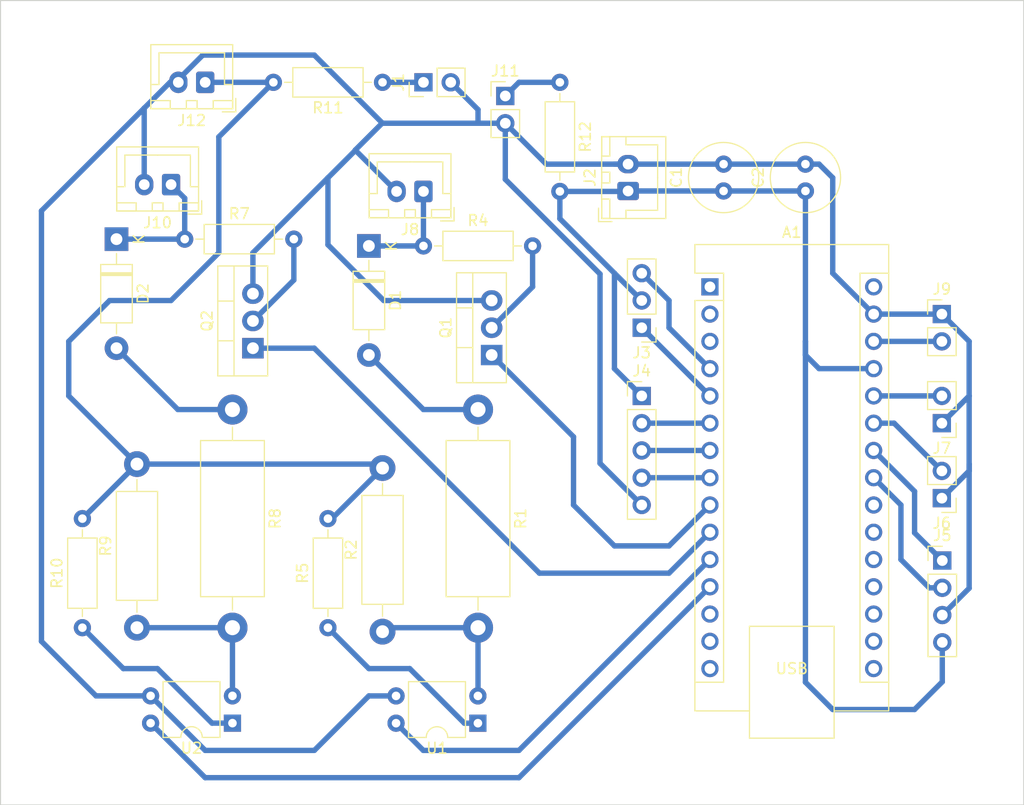
<source format=kicad_pcb>
(kicad_pcb (version 20221018) (generator pcbnew)
  (layers (0 "F.Cu" mixed) (31 "B.Cu" signal) (34 "B.Paste" user) (35 "F.Paste" user) (36 "B.SilkS" user "B.Silkscreen") (37 "F.SilkS" user "F.Silkscreen") (38 "B.Mask" user) (39 "F.Mask" user) (44 "Edge.Cuts" user))
  (net 0 "")
  (net 4 "GND")
  (net 5 "/RING_SIGNAL_A")
  (net 6 "/RING_SIGNAL_B")
  (net 7 "/BUS_SIGNAL")
  (net 16 "/I2C_SDA")
  (net 17 "/I2C_SCL")
  (net 18 "+5V")
  (net 20 "+24V")
  (net 21 "Net-(Q1-D)")
  (net 22 "Net-(R5-Pad1)")
  (net 23 "Net-(D1-K)")
  (net 24 "Net-(D1-A)")
  (net 25 "Net-(D2-K)")
  (net 26 "Net-(D2-A)")
  (net 27 "Net-(Q2-D)")
  (net 28 "Net-(R1-Pad2)")
  (net 29 "Net-(R8-Pad2)")
  (net 30 "Net-(R10-Pad1)")
  (net 31 "/BUTTON_RING_A")
  (net 32 "/BUTTON_RING_B")
  (net 33 "/BUTTON_RESET")
  (net 34 "Net-(J1-Pin_1)")
  (net 35 "Net-(J11-Pin_1)")
  (net 36 "HOOK_A")
  (net 37 "HOOK_B")
  (net 40 "NEOPIXEL_DATA")
  (net 41 "MELODY_A")
  (net 42 "MELODY_B")
  (footprint "Resistor_THT:R_Axial_DIN0207_L6.3mm_D2.5mm_P10.16mm_Horizontal" (layer "F.Cu") (at 129.54 49.53 180)
    (fp_text reference "R11" (at 5.08 -2.37) (layer "F.SilkS"))
    (fp_text value "10 K")
    (pad "1" thru_hole circle (at 0 0 180) (size 1.6 1.6) (drill 0.8) (layers "*.Cu" "*.Mask") (net 34 "Net-(J1-Pin_1)"))
    (pad "2" thru_hole oval (at 10.16 0 180) (size 1.6 1.6) (drill 0.8) (layers "*.Cu" "*.Mask") (net 20 "+24V"))
  )
  (footprint "Resistor_THT:R_Axial_DIN0411_L9.9mm_D3.6mm_P15.24mm_Horizontal" (layer "F.Cu") (at 129.54 100.7 90)
    (fp_text reference "R2" (at 7.62 -2.92 90) (layer "F.SilkS"))
    (fp_text value "2K2")
    (pad "1" thru_hole circle (at 0 0 90) (size 2.4 2.4) (drill 1.2) (layers "*.Cu" "*.Mask") (net 28 "Net-(R1-Pad2)"))
    (pad "2" thru_hole oval (at 15.24 0 90) (size 2.4 2.4) (drill 1.2) (layers "*.Cu" "*.Mask") (net 20 "+24V"))
  )
  (footprint "Connector_JST:JST_XH_B2B-XH-A_1x02_P2.50mm_Vertical" (layer "F.Cu") (at 152.4 59.65 90)
    (fp_text reference "J2" (at 1.25 -3.55 90) (layer "F.SilkS"))
    (fp_text value "5V")
    (pad "1" thru_hole roundrect (at 0 0 90) (size 1.7 2) (drill 1) (layers "*.Cu" "*.Mask") (roundrect_rratio 0.1470588235) (net 18 "+5V"))
    (pad "2" thru_hole oval (at 2.5 0 90) (size 1.7 2) (drill 1) (layers "*.Cu" "*.Mask") (net 4 "GND"))
  )
  (footprint "Connector_PinHeader_2.54mm:PinHeader_1x03_P2.54mm_Vertical" (layer "F.Cu") (at 153.67 72.39 180)
    (fp_text reference "J3" (at 0 -2.33) (layer "F.SilkS"))
    (fp_text value "NEOPIXEL")
    (pad "1" thru_hole rect (at 0 0 180) (size 1.7 1.7) (drill 1) (layers "*.Cu" "*.Mask") (net 40 "NEOPIXEL_DATA"))
    (pad "2" thru_hole oval (at 0 2.54 180) (size 1.7 1.7) (drill 1) (layers "*.Cu" "*.Mask") (net 18 "+5V"))
    (pad "3" thru_hole oval (at 0 5.08 180) (size 1.7 1.7) (drill 1) (layers "*.Cu" "*.Mask") (net 4 "GND"))
  )
  (footprint "Resistor_THT:R_Axial_DIN0207_L6.3mm_D2.5mm_P10.16mm_Horizontal" (layer "F.Cu") (at 133.35 64.77)
    (fp_text reference "R4" (at 5.08 -2.37) (layer "F.SilkS"))
    (fp_text value "2K2")
    (pad "1" thru_hole circle (at 0 0) (size 1.6 1.6) (drill 0.8) (layers "*.Cu" "*.Mask") (net 23 "Net-(D1-K)"))
    (pad "2" thru_hole oval (at 10.16 0) (size 1.6 1.6) (drill 0.8) (layers "*.Cu" "*.Mask") (net 21 "Net-(Q1-D)"))
  )
  (footprint "Connector_PinHeader_2.54mm:PinHeader_1x02_P2.54mm_Vertical" (layer "F.Cu") (at 181.61 88.265 180)
    (fp_text reference "J6" (at 0 -2.33 180) (layer "F.SilkS"))
    (fp_text value "RING_A_BUTTON")
    (pad "1" thru_hole rect (at 0 0 180) (size 1.7 1.7) (drill 1) (layers "*.Cu" "*.Mask") (net 4 "GND"))
    (pad "2" thru_hole oval (at 0 2.54 180) (size 1.7 1.7) (drill 1) (layers "*.Cu" "*.Mask") (net 31 "/BUTTON_RING_A"))
  )
  (footprint "Resistor_THT:R_Axial_DIN0411_L9.9mm_D3.6mm_P15.24mm_Horizontal" (layer "F.Cu") (at 106.68 100.33 90)
    (fp_text reference "R9" (at 7.62 -2.92 90) (layer "F.SilkS"))
    (fp_text value "2K2")
    (pad "1" thru_hole circle (at 0 0 90) (size 2.4 2.4) (drill 1.2) (layers "*.Cu" "*.Mask") (net 29 "Net-(R8-Pad2)"))
    (pad "2" thru_hole oval (at 15.24 0 90) (size 2.4 2.4) (drill 1.2) (layers "*.Cu" "*.Mask") (net 20 "+24V"))
  )
  (footprint "Connector_PinHeader_2.54mm:PinHeader_1x05_P2.54mm_Vertical" (layer "F.Cu") (at 153.67 78.74)
    (fp_text reference "J4" (at 0 -2.33) (layer "F.SilkS"))
    (fp_text value "RELAY")
    (pad "1" thru_hole rect (at 0 0) (size 1.7 1.7) (drill 1) (layers "*.Cu" "*.Mask") (net 18 "+5V"))
    (pad "2" thru_hole oval (at 0 2.54) (size 1.7 1.7) (drill 1) (layers "*.Cu" "*.Mask") (net 7 "/BUS_SIGNAL"))
    (pad "3" thru_hole oval (at 0 5.08) (size 1.7 1.7) (drill 1) (layers "*.Cu" "*.Mask") (net 5 "/RING_SIGNAL_A"))
    (pad "4" thru_hole oval (at 0 7.62) (size 1.7 1.7) (drill 1) (layers "*.Cu" "*.Mask") (net 6 "/RING_SIGNAL_B"))
    (pad "5" thru_hole oval (at 0 10.16) (size 1.7 1.7) (drill 1) (layers "*.Cu" "*.Mask") (net 4 "GND"))
  )
  (footprint "Resistor_THT:R_Axial_DIN0207_L6.3mm_D2.5mm_P10.16mm_Horizontal" (layer "F.Cu") (at 124.46 100.33 90)
    (fp_text reference "R5" (at 5.08 -2.37 90) (layer "F.SilkS"))
    (fp_text value "330R")
    (pad "1" thru_hole circle (at 0 0 90) (size 1.6 1.6) (drill 0.8) (layers "*.Cu" "*.Mask") (net 22 "Net-(R5-Pad1)"))
    (pad "2" thru_hole oval (at 10.16 0 90) (size 1.6 1.6) (drill 0.8) (layers "*.Cu" "*.Mask") (net 20 "+24V"))
  )
  (footprint "Package_DIP:DIP-4_W7.62mm" (layer "F.Cu") (at 115.57 109.22 180)
    (fp_text reference "U2" (at 3.81 -2.33) (layer "F.SilkS"))
    (fp_text value "LTV-817")
    (pad "1" thru_hole rect (at 0 0 180) (size 1.6 1.6) (drill 0.8) (layers "*.Cu" "*.Mask") (net 30 "Net-(R10-Pad1)"))
    (pad "2" thru_hole oval (at 0 2.54 180) (size 1.6 1.6) (drill 0.8) (layers "*.Cu" "*.Mask") (net 29 "Net-(R8-Pad2)"))
    (pad "3" thru_hole oval (at 7.62 2.54 180) (size 1.6 1.6) (drill 0.8) (layers "*.Cu" "*.Mask") (net 4 "GND"))
    (pad "4" thru_hole oval (at 7.62 0 180) (size 1.6 1.6) (drill 0.8) (layers "*.Cu" "*.Mask") (net 37 "HOOK_B"))
  )
  (footprint "Module:Arduino_Nano" (layer "F.Cu") (at 160.02 68.58)
    (fp_text reference "A1" (at 7.62 -5.08) (layer "F.SilkS"))
    (fp_text value "Arduino_Nano_Every" hide)
    (fp_text user "USB" (at 7.62 35.56 unlocked) (layer "F.SilkS"))
    (pad "1" thru_hole rect (at 0 0) (size 1.6 1.6) (drill 1) (layers "*.Cu" "*.Mask"))
    (pad "2" thru_hole oval (at 0 2.54) (size 1.6 1.6) (drill 1) (layers "*.Cu" "*.Mask"))
    (pad "3" thru_hole oval (at 0 5.08) (size 1.6 1.6) (drill 1) (layers "*.Cu" "*.Mask"))
    (pad "4" thru_hole oval (at 0 7.62) (size 1.6 1.6) (drill 1) (layers "*.Cu" "*.Mask") (net 4 "GND"))
    (pad "5" thru_hole oval (at 0 10.16) (size 1.6 1.6) (drill 1) (layers "*.Cu" "*.Mask") (net 40 "NEOPIXEL_DATA"))
    (pad "6" thru_hole oval (at 0 12.7) (size 1.6 1.6) (drill 1) (layers "*.Cu" "*.Mask") (net 7 "/BUS_SIGNAL"))
    (pad "7" thru_hole oval (at 0 15.24) (size 1.6 1.6) (drill 1) (layers "*.Cu" "*.Mask") (net 5 "/RING_SIGNAL_A"))
    (pad "8" thru_hole oval (at 0 17.78) (size 1.6 1.6) (drill 1) (layers "*.Cu" "*.Mask") (net 6 "/RING_SIGNAL_B"))
    (pad "9" thru_hole oval (at 0 20.32) (size 1.6 1.6) (drill 1) (layers "*.Cu" "*.Mask") (net 41 "MELODY_A"))
    (pad "10" thru_hole oval (at 0 22.86) (size 1.6 1.6) (drill 1) (layers "*.Cu" "*.Mask") (net 42 "MELODY_B"))
    (pad "11" thru_hole oval (at 0 25.4) (size 1.6 1.6) (drill 1) (layers "*.Cu" "*.Mask") (net 36 "HOOK_A"))
    (pad "12" thru_hole oval (at 0 27.94) (size 1.6 1.6) (drill 1) (layers "*.Cu" "*.Mask") (net 37 "HOOK_B"))
    (pad "13" thru_hole oval (at 0 30.48) (size 1.6 1.6) (drill 1) (layers "*.Cu" "*.Mask"))
    (pad "14" thru_hole oval (at 0 33.02) (size 1.6 1.6) (drill 1) (layers "*.Cu" "*.Mask"))
    (pad "15" thru_hole oval (at 0 35.56) (size 1.6 1.6) (drill 1) (layers "*.Cu" "*.Mask"))
    (pad "16" thru_hole oval (at 15.24 35.56) (size 1.6 1.6) (drill 1) (layers "*.Cu" "*.Mask"))
    (pad "17" thru_hole oval (at 15.24 33.02) (size 1.6 1.6) (drill 1) (layers "*.Cu" "*.Mask"))
    (pad "18" thru_hole oval (at 15.24 30.48) (size 1.6 1.6) (drill 1) (layers "*.Cu" "*.Mask"))
    (pad "19" thru_hole oval (at 15.24 27.94) (size 1.6 1.6) (drill 1) (layers "*.Cu" "*.Mask"))
    (pad "20" thru_hole oval (at 15.24 25.4) (size 1.6 1.6) (drill 1) (layers "*.Cu" "*.Mask"))
    (pad "21" thru_hole oval (at 15.24 22.86) (size 1.6 1.6) (drill 1) (layers "*.Cu" "*.Mask"))
    (pad "22" thru_hole oval (at 15.24 20.32) (size 1.6 1.6) (drill 1) (layers "*.Cu" "*.Mask"))
    (pad "23" thru_hole oval (at 15.24 17.78) (size 1.6 1.6) (drill 1) (layers "*.Cu" "*.Mask") (net 16 "/I2C_SDA"))
    (pad "24" thru_hole oval (at 15.24 15.24) (size 1.6 1.6) (drill 1) (layers "*.Cu" "*.Mask") (net 17 "/I2C_SCL"))
    (pad "25" thru_hole oval (at 15.24 12.7) (size 1.6 1.6) (drill 1) (layers "*.Cu" "*.Mask") (net 31 "/BUTTON_RING_A"))
    (pad "26" thru_hole oval (at 15.24 10.16) (size 1.6 1.6) (drill 1) (layers "*.Cu" "*.Mask") (net 32 "/BUTTON_RING_B"))
    (pad "27" thru_hole oval (at 15.24 7.62) (size 1.6 1.6) (drill 1) (layers "*.Cu" "*.Mask") (net 18 "+5V"))
    (pad "28" thru_hole oval (at 15.24 5.08) (size 1.6 1.6) (drill 1) (layers "*.Cu" "*.Mask") (net 33 "/BUTTON_RESET"))
    (pad "29" thru_hole oval (at 15.24 2.54) (size 1.6 1.6) (drill 1) (layers "*.Cu" "*.Mask") (net 4 "GND"))
    (pad "30" thru_hole oval (at 15.24 0) (size 1.6 1.6) (drill 1) (layers "*.Cu" "*.Mask"))
  )
  (footprint "Connector_PinHeader_2.54mm:PinHeader_1x02_P2.54mm_Vertical" (layer "F.Cu") (at 181.61 71.12)
    (fp_text reference "J9" (at 0 -2.33) (layer "F.SilkS"))
    (fp_text value "RESET_BUTTON")
    (pad "1" thru_hole rect (at 0 0) (size 1.7 1.7) (drill 1) (layers "*.Cu" "*.Mask") (net 4 "GND"))
    (pad "2" thru_hole oval (at 0 2.54) (size 1.7 1.7) (drill 1) (layers "*.Cu" "*.Mask") (net 33 "/BUTTON_RESET"))
  )
  (footprint "Connector_JST:JST_XH_B2B-XH-A_1x02_P2.50mm_Vertical" (layer "F.Cu") (at 113.03 49.53 180)
    (fp_text reference "J12" (at 1.25 -3.55) (layer "F.SilkS"))
    (fp_text value "24V")
    (pad "1" thru_hole roundrect (at 0 0 180) (size 1.7 2) (drill 1) (layers "*.Cu" "*.Mask") (roundrect_rratio 0.1470588235) (net 20 "+24V"))
    (pad "2" thru_hole oval (at 2.5 0 180) (size 1.7 2) (drill 1) (layers "*.Cu" "*.Mask") (net 4 "GND"))
  )
  (footprint "Connector_PinHeader_2.54mm:PinHeader_1x02_P2.54mm_Vertical" (layer "F.Cu") (at 140.97 50.8)
    (fp_text reference "J11" (at 0 -2.33) (layer "F.SilkS"))
    (fp_text value "SIGNAL_5V")
    (pad "1" thru_hole rect (at 0 0) (size 1.7 1.7) (drill 1) (layers "*.Cu" "*.Mask") (net 35 "Net-(J11-Pin_1)"))
    (pad "2" thru_hole oval (at 0 2.54) (size 1.7 1.7) (drill 1) (layers "*.Cu" "*.Mask") (net 4 "GND"))
  )
  (footprint "Resistor_THT:R_Axial_DIN0207_L6.3mm_D2.5mm_P10.16mm_Horizontal" (layer "F.Cu") (at 111.125 64.135)
    (fp_text reference "R7" (at 5.08 -2.37) (layer "F.SilkS"))
    (fp_text value "2K2")
    (pad "1" thru_hole circle (at 0 0) (size 1.6 1.6) (drill 0.8) (layers "*.Cu" "*.Mask") (net 25 "Net-(D2-K)"))
    (pad "2" thru_hole oval (at 10.16 0) (size 1.6 1.6) (drill 0.8) (layers "*.Cu" "*.Mask") (net 27 "Net-(Q2-D)"))
  )
  (footprint "Package_TO_SOT_THT:TO-220-3_Vertical" (layer "F.Cu") (at 139.7 74.93 90)
    (fp_text reference "Q1" (at 2.54 -4.27 90) (layer "F.SilkS"))
    (fp_text value "IRLZ24")
    (pad "1" thru_hole rect (at 0 0 90) (size 1.905 2) (drill 1.1) (layers "*.Cu" "*.Mask") (net 41 "MELODY_A"))
    (pad "2" thru_hole oval (at 2.54 0 90) (size 1.905 2) (drill 1.1) (layers "*.Cu" "*.Mask") (net 21 "Net-(Q1-D)"))
    (pad "3" thru_hole oval (at 5.08 0 90) (size 1.905 2) (drill 1.1) (layers "*.Cu" "*.Mask") (net 4 "GND"))
  )
  (footprint "Connector_PinHeader_2.54mm:PinHeader_1x04_P2.54mm_Vertical" (layer "F.Cu") (at 181.65 94.075)
    (fp_text reference "J5" (at 0 -2.33) (layer "F.SilkS"))
    (fp_text value "OLED")
    (pad "1" thru_hole rect (at 0 0) (size 1.7 1.7) (drill 1) (layers "*.Cu" "*.Mask") (net 17 "/I2C_SCL"))
    (pad "2" thru_hole oval (at 0 2.54) (size 1.7 1.7) (drill 1) (layers "*.Cu" "*.Mask") (net 16 "/I2C_SDA"))
    (pad "3" thru_hole oval (at 0 5.08) (size 1.7 1.7) (drill 1) (layers "*.Cu" "*.Mask") (net 4 "GND"))
    (pad "4" thru_hole oval (at 0 7.62) (size 1.7 1.7) (drill 1) (layers "*.Cu" "*.Mask") (net 18 "+5V"))
  )
  (footprint "Resistor_THT:R_Axial_DIN0614_L14.3mm_D5.7mm_P20.32mm_Horizontal" (layer "F.Cu") (at 115.57 80.01 -90)
    (fp_text reference "R8" (at 10.16 -3.97 -90) (layer "F.SilkS"))
    (fp_text value "1K")
    (pad "1" thru_hole circle (at 0 0 270) (size 2.8 2.8) (drill 1.4) (layers "*.Cu" "*.Mask") (net 26 "Net-(D2-A)"))
    (pad "2" thru_hole oval (at 20.32 0 270) (size 2.8 2.8) (drill 1.4) (layers "*.Cu" "*.Mask") (net 29 "Net-(R8-Pad2)"))
  )
  (footprint "Connector_JST:JST_XH_B2B-XH-A_1x02_P2.50mm_Vertical" (layer "F.Cu") (at 133.35 59.69 180)
    (fp_text reference "J8" (at 1.25 -3.55) (layer "F.SilkS"))
    (fp_text value "LINE_A")
    (pad "1" thru_hole roundrect (at 0 0 180) (size 1.7 2) (drill 1) (layers "*.Cu" "*.Mask") (roundrect_rratio 0.1470588235) (net 23 "Net-(D1-K)"))
    (pad "2" thru_hole oval (at 2.5 0 180) (size 1.7 2) (drill 1) (layers "*.Cu" "*.Mask") (net 4 "GND"))
  )
  (footprint "Resistor_THT:R_Axial_DIN0207_L6.3mm_D2.5mm_P10.16mm_Horizontal" (layer "F.Cu") (at 146.05 49.53 -90)
    (fp_text reference "R12" (at 5.08 -2.37 90) (layer "F.SilkS"))
    (fp_text value "330 R")
    (pad "1" thru_hole circle (at 0 0 270) (size 1.6 1.6) (drill 0.8) (layers "*.Cu" "*.Mask") (net 35 "Net-(J11-Pin_1)"))
    (pad "2" thru_hole oval (at 10.16 0 270) (size 1.6 1.6) (drill 0.8) (layers "*.Cu" "*.Mask") (net 18 "+5V"))
  )
  (footprint "Resistor_THT:R_Axial_DIN0207_L6.3mm_D2.5mm_P10.16mm_Horizontal" (layer "F.Cu") (at 101.6 100.33 90)
    (fp_text reference "R10" (at 5.08 -2.37 90) (layer "F.SilkS"))
    (fp_text value "330R")
    (pad "1" thru_hole circle (at 0 0 90) (size 1.6 1.6) (drill 0.8) (layers "*.Cu" "*.Mask") (net 30 "Net-(R10-Pad1)"))
    (pad "2" thru_hole oval (at 10.16 0 90) (size 1.6 1.6) (drill 0.8) (layers "*.Cu" "*.Mask") (net 20 "+24V"))
  )
  (footprint "Resistor_THT:R_Axial_DIN0614_L14.3mm_D5.7mm_P20.32mm_Horizontal" (layer "F.Cu") (at 138.43 80.01 -90)
    (fp_text reference "R1" (at 10.16 -3.97 -90) (layer "F.SilkS"))
    (fp_text value "1K")
    (pad "1" thru_hole circle (at 0 0 270) (size 2.8 2.8) (drill 1.4) (layers "*.Cu" "*.Mask") (net 24 "Net-(D1-A)"))
    (pad "2" thru_hole oval (at 20.32 0 270) (size 2.8 2.8) (drill 1.4) (layers "*.Cu" "*.Mask") (net 28 "Net-(R1-Pad2)"))
  )
  (footprint "Diode_THT:D_DO-41_SOD81_P10.16mm_Horizontal" (layer "F.Cu") (at 104.775 64.135 -90)
    (fp_text reference "D2" (at 5.08 -2.47 90) (layer "F.SilkS"))
    (fp_text value "1N4001")
    (fp_text user "K" (at 0 -2.1 90) (layer "F.SilkS"))
    (pad "1" thru_hole rect (at 0 0 270) (size 2.2 2.2) (drill 1.1) (layers "*.Cu" "*.Mask") (net 25 "Net-(D2-K)"))
    (pad "2" thru_hole oval (at 10.16 0 270) (size 2.2 2.2) (drill 1.1) (layers "*.Cu" "*.Mask") (net 26 "Net-(D2-A)"))
  )
  (footprint "Connector_PinHeader_2.54mm:PinHeader_1x02_P2.54mm_Vertical" (layer "F.Cu") (at 133.35 49.53 90)
    (fp_text reference "J1" (at 0 -2.33 90) (layer "F.SilkS"))
    (fp_text value "SIGNAL_24V")
    (pad "1" thru_hole rect (at 0 0 90) (size 1.7 1.7) (drill 1) (layers "*.Cu" "*.Mask") (net 34 "Net-(J1-Pin_1)"))
    (pad "2" thru_hole oval (at 0 2.54 90) (size 1.7 1.7) (drill 1) (layers "*.Cu" "*.Mask") (net 4 "GND"))
  )
  (footprint "Connector_JST:JST_XH_B2B-XH-A_1x02_P2.50mm_Vertical" (layer "F.Cu") (at 109.855 59.055 180)
    (fp_text reference "J10" (at 1.25 -3.55) (layer "F.SilkS"))
    (fp_text value "LINE_B")
    (pad "1" thru_hole roundrect (at 0 0 180) (size 1.7 2) (drill 1) (layers "*.Cu" "*.Mask") (roundrect_rratio 0.1470588235) (net 25 "Net-(D2-K)"))
    (pad "2" thru_hole oval (at 2.5 0 180) (size 1.7 2) (drill 1) (layers "*.Cu" "*.Mask") (net 4 "GND"))
  )
  (footprint "Connector_PinHeader_2.54mm:PinHeader_1x02_P2.54mm_Vertical" (layer "F.Cu") (at 181.61 81.28 180)
    (fp_text reference "J7" (at 0 -2.33 180) (layer "F.SilkS"))
    (fp_text value "RING_B_BUTTON")
    (pad "1" thru_hole rect (at 0 0 180) (size 1.7 1.7) (drill 1) (layers "*.Cu" "*.Mask") (net 4 "GND"))
    (pad "2" thru_hole oval (at 0 2.54 180) (size 1.7 1.7) (drill 1) (layers "*.Cu" "*.Mask") (net 32 "/BUTTON_RING_B"))
  )
  (footprint "Package_TO_SOT_THT:TO-220-3_Vertical" (layer "F.Cu") (at 117.475 74.295 90)
    (fp_text reference "Q2" (at 2.54 -4.27 90) (layer "F.SilkS"))
    (fp_text value "IRLZ24")
    (pad "1" thru_hole rect (at 0 0 90) (size 1.905 2) (drill 1.1) (layers "*.Cu" "*.Mask") (net 42 "MELODY_B"))
    (pad "2" thru_hole oval (at 2.54 0 90) (size 1.905 2) (drill 1.1) (layers "*.Cu" "*.Mask") (net 27 "Net-(Q2-D)"))
    (pad "3" thru_hole oval (at 5.08 0 90) (size 1.905 2) (drill 1.1) (layers "*.Cu" "*.Mask") (net 4 "GND"))
  )
  (footprint "Capacitor_THT:C_Radial_D6.3mm_H5.0mm_P2.50mm" (layer "F.Cu") (at 168.91 59.65 90)
    (fp_text reference "C2" (at 1.25 -4.4 90) (layer "F.SilkS"))
    (fp_text value "10 uF")
    (pad "1" thru_hole circle (at 0 0 90) (size 1.6 1.6) (drill 0.8) (layers "*.Cu" "*.Mask") (net 18 "+5V"))
    (pad "2" thru_hole circle (at 2.5 0 90) (size 1.6 1.6) (drill 0.8) (layers "*.Cu" "*.Mask") (net 4 "GND"))
  )
  (footprint "Diode_THT:D_DO-41_SOD81_P10.16mm_Horizontal" (layer "F.Cu") (at 128.27 64.77 -90)
    (fp_text reference "D1" (at 5.08 -2.47 90) (layer "F.SilkS"))
    (fp_text value "1N4001")
    (fp_text user "K" (at 0 -2.1 90) (layer "F.SilkS"))
    (pad "1" thru_hole rect (at 0 0 270) (size 2.2 2.2) (drill 1.1) (layers "*.Cu" "*.Mask") (net 23 "Net-(D1-K)"))
    (pad "2" thru_hole oval (at 10.16 0 270) (size 2.2 2.2) (drill 1.1) (layers "*.Cu" "*.Mask") (net 24 "Net-(D1-A)"))
  )
  (footprint "Package_DIP:DIP-4_W7.62mm" (layer "F.Cu") (at 138.42 109.225 180)
    (fp_text reference "U1" (at 3.81 -2.33) (layer "F.SilkS"))
    (fp_text value "LTV-817")
    (pad "1" thru_hole rect (at 0 0 180) (size 1.6 1.6) (drill 0.8) (layers "*.Cu" "*.Mask") (net 22 "Net-(R5-Pad1)"))
    (pad "2" thru_hole oval (at 0 2.54 180) (size 1.6 1.6) (drill 0.8) (layers "*.Cu" "*.Mask") (net 28 "Net-(R1-Pad2)"))
    (pad "3" thru_hole oval (at 7.62 2.54 180) (size 1.6 1.6) (drill 0.8) (layers "*.Cu" "*.Mask") (net 4 "GND"))
    (pad "4" thru_hole oval (at 7.62 0 180) (size 1.6 1.6) (drill 0.8) (layers "*.Cu" "*.Mask") (net 36 "HOOK_A"))
  )
  (footprint "Capacitor_THT:C_Radial_D6.3mm_H5.0mm_P2.50mm" (layer "F.Cu") (at 161.29 59.65 90)
    (fp_text reference "C1" (at 1.25 -4.4 90) (layer "F.SilkS"))
    (fp_text value "100 nF")
    (pad "1" thru_hole circle (at 0 0 90) (size 1.6 1.6) (drill 0.8) (layers "*.Cu" "*.Mask") (net 18 "+5V"))
    (pad "2" thru_hole circle (at 2.5 0 90) (size 1.6 1.6) (drill 0.8) (layers "*.Cu" "*.Mask") (net 4 "GND"))
  )
  (gr_rect (start 93.98 41.91) (end 189.23 116.84) (stroke (width 0.1)) (fill none) (layer "Edge.Cuts"))
  (segment (start 113.03 111.76) (end 107.95 106.68) (width 0.5) (layer "B.Cu") (net 4))
  (segment (start 184.15 85.09) (end 184.15 78.74) (width 0.5) (layer "B.Cu") (net 4))
  (segment (start 124.46 64.66) (end 124.46 58.42) (width 0.5) (layer "B.Cu") (net 4))
  (segment (start 112.805786 46.99) (end 123.19 46.99) (width 0.5) (layer "B.Cu") (net 4))
  (segment (start 127 55.84) (end 129.5 53.34) (width 0.5) (layer "B.Cu") (net 4))
  (segment (start 123.19 46.99) (end 129.54 53.34) (width 0.5) (layer "B.Cu") (net 4))
  (segment (start 140.97 58.564214) (end 149.787893 67.382107) (width 0.5) (layer "B.Cu") (net 4))
  (segment (start 117.475 65.405) (end 124.46 58.42) (width 0.5) (layer "B.Cu") (net 4))
  (segment (start 156.21 69.85) (end 156.21 72.39) (width 0.5) (layer "B.Cu") (net 4))
  (segment (start 151.13 57.15) (end 161.29 57.15) (width 0.5) (layer "B.Cu") (net 4))
  (segment (start 97.79 61.5) (end 107.355 51.935) (width 0.5) (layer "B.Cu") (net 4))
  (segment (start 171.45 58.42) (end 171.45 67.31) (width 0.5) (layer "B.Cu") (net 4))
  (segment (start 110.53 49.265786) (end 112.805786 46.99) (width 0.5) (layer "B.Cu") (net 4))
  (segment (start 184.15 73.66) (end 181.61 71.12) (width 0.5) (layer "B.Cu") (net 4))
  (segment (start 152.4 57.15) (end 144.78 57.15) (width 0.5) (layer "B.Cu") (net 4))
  (segment (start 156.21 72.39) (end 160.02 76.2) (width 0.5) (layer "B.Cu") (net 4))
  (segment (start 135.89 49.53) (end 138.43 52.07) (width 0.5) (layer "B.Cu") (net 4))
  (segment (start 184.15 85.725) (end 184.15 85.09) (width 0.5) (layer "B.Cu") (net 4))
  (segment (start 110.53 49.53) (end 109.76 49.53) (width 0.5) (layer "B.Cu") (net 4))
  (segment (start 181.61 81.28) (end 184.15 78.74) (width 0.5) (layer "B.Cu") (net 4))
  (segment (start 161.29 57.15) (end 168.91 57.15) (width 0.5) (layer "B.Cu") (net 4))
  (segment (start 107.355 59.055) (end 107.355 51.935) (width 0.5) (layer "B.Cu") (net 4))
  (segment (start 97.79 101.6) (end 97.79 61.5) (width 0.5) (layer "B.Cu") (net 4))
  (segment (start 129.5 53.34) (end 129.54 53.34) (width 0.5) (layer "B.Cu") (net 4))
  (segment (start 184.15 96.655) (end 184.15 85.09) (width 0.5) (layer "B.Cu") (net 4))
  (segment (start 127 55.84) (end 127.02 55.86) (width 0.5) (layer "B.Cu") (net 4))
  (segment (start 109.76 49.53) (end 107.355 51.935) (width 0.5) (layer "B.Cu") (net 4))
  (segment (start 140.97 53.34) (end 144.78 57.15) (width 0.5) (layer "B.Cu") (net 4))
  (segment (start 171.45 67.31) (end 175.26 71.12) (width 0.5) (layer "B.Cu") (net 4))
  (segment (start 170.18 57.15) (end 171.45 58.42) (width 0.5) (layer "B.Cu") (net 4))
  (segment (start 153.67 67.31) (end 156.21 69.85) (width 0.5) (layer "B.Cu") (net 4))
  (segment (start 181.61 88.265) (end 184.15 85.725) (width 0.5) (layer "B.Cu") (net 4))
  (segment (start 138.43 52.07) (end 138.43 53.34) (width 0.5) (layer "B.Cu") (net 4))
  (segment (start 181.65 99.155) (end 184.15 96.655) (width 0.5) (layer "B.Cu") (net 4))
  (segment (start 149.787893 85.017893) (end 153.67 88.9) (width 0.5) (layer "B.Cu") (net 4))
  (segment (start 140.97 53.34) (end 138.43 53.34) (width 0.5) (layer "B.Cu") (net 4))
  (segment (start 129.65 69.85) (end 124.46 64.66) (width 0.5) (layer "B.Cu") (net 4))
  (segment (start 102.87 106.68) (end 97.79 101.6) (width 0.5) (layer "B.Cu") (net 4))
  (segment (start 184.15 78.74) (end 184.15 73.66) (width 0.5) (layer "B.Cu") (net 4))
  (segment (start 130.8 106.685) (end 128.265 106.685) (width 0.5) (layer "B.Cu") (net 4))
  (segment (start 123.19 111.76) (end 113.03 111.76) (width 0.5) (layer "B.Cu") (net 4))
  (segment (start 117.475 69.215) (end 117.475 65.405) (width 0.5) (layer "B.Cu") (net 4))
  (segment (start 140.97 53.34) (end 140.97 58.564214) (width 0.5) (layer "B.Cu") (net 4))
  (segment (start 181.61 71.12) (end 175.26 71.12) (width 0.5) (layer "B.Cu") (net 4))
  (segment (start 168.91 57.15) (end 170.18 57.15) (width 0.5) (layer "B.Cu") (net 4))
  (segment (start 139.7 69.85) (end 129.65 69.85) (width 0.5) (layer "B.Cu") (net 4))
  (segment (start 124.46 58.42) (end 127.02 55.86) (width 0.5) (layer "B.Cu") (net 4))
  (segment (start 149.787893 67.382107) (end 149.787893 85.017893) (width 0.5) (layer "B.Cu") (net 4))
  (segment (start 138.43 53.34) (end 129.54 53.34) (width 0.5) (layer "B.Cu") (net 4))
  (segment (start 127.02 55.86) (end 130.85 59.69) (width 0.5) (layer "B.Cu") (net 4))
  (segment (start 107.95 106.68) (end 102.87 106.68) (width 0.5) (layer "B.Cu") (net 4))
  (segment (start 128.265 106.685) (end 123.19 111.76) (width 0.5) (layer "B.Cu") (net 4))
  (segment (start 153.67 83.82) (end 160.02 83.82) (width 0.5) (layer "B.Cu") (net 5))
  (segment (start 153.67 86.36) (end 160.02 86.36) (width 0.5) (layer "B.Cu") (net 6))
  (segment (start 153.67 81.28) (end 160.02 81.28) (width 0.5) (layer "B.Cu") (net 7))
  (segment (start 180.435 96.615) (end 177.8 93.98) (width 0.5) (layer "B.Cu") (net 16))
  (segment (start 177.8 88.9) (end 175.26 86.36) (width 0.5) (layer "B.Cu") (net 16))
  (segment (start 181.65 96.615) (end 180.435 96.615) (width 0.5) (layer "B.Cu") (net 16))
  (segment (start 177.8 93.98) (end 177.8 88.9) (width 0.5) (layer "B.Cu") (net 16))
  (segment (start 179.07 87.63) (end 175.26 83.82) (width 0.5) (layer "B.Cu") (net 17))
  (segment (start 179.07 91.495) (end 179.07 87.63) (width 0.5) (layer "B.Cu") (net 17))
  (segment (start 181.65 94.075) (end 179.07 91.495) (width 0.5) (layer "B.Cu") (net 17))
  (segment (start 168.91 105.41) (end 168.91 73.66) (width 0.5) (layer "B.Cu") (net 18))
  (segment (start 146.05 59.69) (end 152.36 59.69) (width 0.5) (layer "B.Cu") (net 18))
  (segment (start 153.67 78.74) (end 151.13 76.2) (width 0.5) (layer "B.Cu") (net 18))
  (segment (start 151.13 67.31) (end 146.05 62.23) (width 0.5) (layer "B.Cu") (net 18))
  (segment (start 179.07 107.95) (end 171.45 107.95) (width 0.5) (layer "B.Cu") (net 18))
  (segment (start 153.67 69.85) (end 151.13 67.31) (width 0.5) (layer "B.Cu") (net 18))
  (segment (start 161.29 59.65) (end 168.91 59.65) (width 0.5) (layer "B.Cu") (net 18))
  (segment (start 181.65 105.37) (end 179.07 107.95) (width 0.5) (layer "B.Cu") (net 18))
  (segment (start 152.4 59.65) (end 161.29 59.65) (width 0.5) (layer "B.Cu") (net 18))
  (segment (start 168.91 73.66) (end 168.91 74.93) (width 0.5) (layer "B.Cu") (net 18))
  (segment (start 146.05 62.23) (end 146.05 59.69) (width 0.5) (layer "B.Cu") (net 18))
  (segment (start 168.91 74.93) (end 170.18 76.2) (width 0.5) (layer "B.Cu") (net 18))
  (segment (start 171.45 107.95) (end 168.91 105.41) (width 0.5) (layer "B.Cu") (net 18))
  (segment (start 151.13 76.2) (end 151.13 67.31) (width 0.5) (layer "B.Cu") (net 18))
  (segment (start 170.18 76.2) (end 175.26 76.2) (width 0.5) (layer "B.Cu") (net 18))
  (segment (start 181.65 101.695) (end 181.65 105.37) (width 0.5) (layer "B.Cu") (net 18))
  (segment (start 168.91 59.65) (end 168.91 73.66) (width 0.5) (layer "B.Cu") (net 18))
  (segment (start 101.6 90.17) (end 106.68 85.09) (width 0.5) (layer "B.Cu") (net 20))
  (segment (start 100.33 73.66) (end 104.14 69.85) (width 0.5) (layer "B.Cu") (net 20))
  (segment (start 113.03 49.53) (end 119.38 49.53) (width 0.5) (layer "B.Cu") (net 20))
  (segment (start 104.14 69.85) (end 109.855 69.85) (width 0.5) (layer "B.Cu") (net 20))
  (segment (start 114.3 54.61) (end 119.38 49.53) (width 0.5) (layer "B.Cu") (net 20))
  (segment (start 114.3 65.405) (end 114.3 54.61) (width 0.5) (layer "B.Cu") (net 20))
  (segment (start 109.855 69.85) (end 114.3 65.405) (width 0.5) (layer "B.Cu") (net 20))
  (segment (start 100.33 78.74) (end 100.33 73.66) (width 0.5) (layer "B.Cu") (net 20))
  (segment (start 106.68 85.09) (end 129.17 85.09) (width 0.5) (layer "B.Cu") (net 20))
  (segment (start 106.68 85.09) (end 100.33 78.74) (width 0.5) (layer "B.Cu") (net 20))
  (segment (start 124.46 90.54) (end 129.54 85.46) (width 0.5) (layer "B.Cu") (net 20))
  (segment (start 139.7 72.39) (end 143.51 68.58) (width 0.5) (layer "B.Cu") (net 21))
  (segment (start 143.51 68.58) (end 143.51 64.77) (width 0.5) (layer "B.Cu") (net 21))
  (segment (start 132.0725 104.14) (end 137.1575 109.225) (width 0.5) (layer "B.Cu") (net 22))
  (segment (start 124.46 100.33) (end 128.27 104.14) (width 0.5) (layer "B.Cu") (net 22))
  (segment (start 137.1575 109.225) (end 138.42 109.225) (width 0.5) (layer "B.Cu") (net 22))
  (segment (start 128.27 104.14) (end 132.0725 104.14) (width 0.5) (layer "B.Cu") (net 22))
  (segment (start 133.35 64.77) (end 133.35 59.69) (width 0.5) (layer "B.Cu") (net 23))
  (segment (start 133.35 64.77) (end 128.27 64.77) (width 0.5) (layer "B.Cu") (net 23))
  (segment (start 138.43 80.01) (end 133.35 80.01) (width 0.5) (layer "B.Cu") (net 24))
  (segment (start 133.35 80.01) (end 128.27 74.93) (width 0.5) (layer "B.Cu") (net 24))
  (segment (start 111.125 64.135) (end 111.125 60.325) (width 0.5) (layer "B.Cu") (net 25))
  (segment (start 111.125 64.135) (end 104.775 64.135) (width 0.5) (layer "B.Cu") (net 25))
  (segment (start 111.125 60.325) (end 109.855 59.055) (width 0.5) (layer "B.Cu") (net 25))
  (segment (start 110.49 80.01) (end 104.775 74.295) (width 0.5) (layer "B.Cu") (net 26))
  (segment (start 115.57 80.01) (end 110.49 80.01) (width 0.5) (layer "B.Cu") (net 26))
  (segment (start 121.285 67.945) (end 121.285 64.135) (width 0.5) (layer "B.Cu") (net 27))
  (segment (start 117.475 71.755) (end 121.285 67.945) (width 0.5) (layer "B.Cu") (net 27))
  (segment (start 138.43 100.33) (end 129.91 100.33) (width 0.5) (layer "B.Cu") (net 28))
  (segment (start 138.43 100.33) (end 138.43 106.675) (width 0.5) (layer "B.Cu") (net 28))
  (segment (start 115.57 106.68) (end 115.57 100.33) (width 0.5) (layer "B.Cu") (net 29))
  (segment (start 106.68 100.33) (end 115.57 100.33) (width 0.5) (layer "B.Cu") (net 29))
  (segment (start 105.41 104.14) (end 108.585 104.14) (width 0.5) (layer "B.Cu") (net 30))
  (segment (start 113.665 109.22) (end 115.57 109.22) (width 0.5) (layer "B.Cu") (net 30))
  (segment (start 108.585 104.14) (end 113.665 109.22) (width 0.5) (layer "B.Cu") (net 30))
  (segment (start 101.6 100.33) (end 105.41 104.14) (width 0.5) (layer "B.Cu") (net 30))
  (segment (start 177.165 81.28) (end 175.26 81.28) (width 0.5) (layer "B.Cu") (net 31))
  (segment (start 181.61 85.725) (end 177.165 81.28) (width 0.5) (layer "B.Cu") (net 31))
  (segment (start 181.61 78.74) (end 175.26 78.74) (width 0.5) (layer "B.Cu") (net 32))
  (segment (start 181.61 73.66) (end 175.26 73.66) (width 0.5) (layer "B.Cu") (net 33))
  (segment (start 129.54 49.53) (end 133.35 49.53) (width 0.5) (layer "B.Cu") (net 34))
  (segment (start 146.05 49.53) (end 142.24 49.53) (width 0.5) (layer "B.Cu") (net 35))
  (segment (start 142.24 49.53) (end 140.97 50.8) (width 0.5) (layer "B.Cu") (net 35))
  (segment (start 130.8 109.225) (end 133.335 111.76) (width 0.5) (layer "B.Cu") (net 36))
  (segment (start 142.24 111.76) (end 160.02 93.98) (width 0.5) (layer "B.Cu") (net 36))
  (segment (start 133.335 111.76) (end 142.24 111.76) (width 0.5) (layer "B.Cu") (net 36))
  (segment (start 107.95 109.22) (end 113.03 114.3) (width 0.5) (layer "B.Cu") (net 37))
  (segment (start 113.03 114.3) (end 142.24 114.3) (width 0.5) (layer "B.Cu") (net 37))
  (segment (start 142.24 114.3) (end 160.02 96.52) (width 0.5) (layer "B.Cu") (net 37))
  (segment (start 153.67 72.39) (end 160.02 78.74) (width 0.5) (layer "B.Cu") (net 40))
  (segment (start 147.32 82.55) (end 147.32 88.9) (width 0.5) (layer "B.Cu") (net 41))
  (segment (start 147.32 88.9) (end 151.13 92.71) (width 0.5) (layer "B.Cu") (net 41))
  (segment (start 156.21 92.71) (end 160.02 88.9) (width 0.5) (layer "B.Cu") (net 41))
  (segment (start 139.7 74.93) (end 147.32 82.55) (width 0.5) (layer "B.Cu") (net 41))
  (segment (start 151.13 92.71) (end 156.21 92.71) (width 0.5) (layer "B.Cu") (net 41))
  (segment (start 123.19 74.295) (end 144.145 95.25) (width 0.5) (layer "B.Cu") (net 42))
  (segment (start 156.21 95.25) (end 160.02 91.44) (width 0.5) (layer "B.Cu") (net 42))
  (segment (start 144.145 95.25) (end 156.21 95.25) (width 0.5) (layer "B.Cu") (net 42))
  (segment (start 117.475 74.295) (end 123.19 74.295) (width 0.5) (layer "B.Cu") (net 42))
)
</source>
